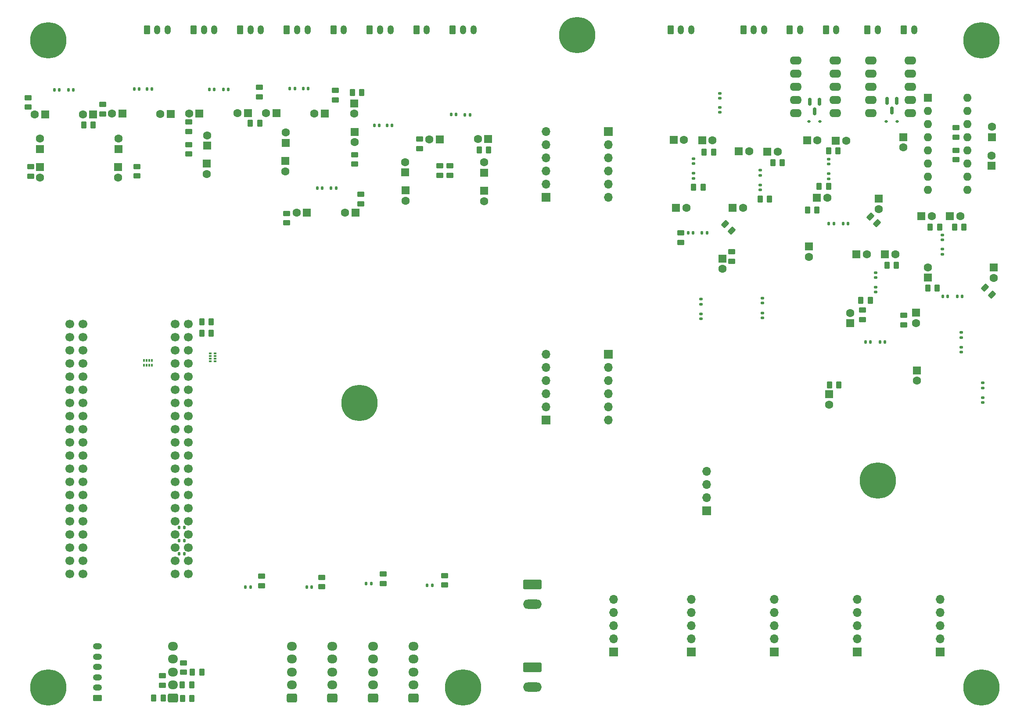
<source format=gbs>
%TF.GenerationSoftware,KiCad,Pcbnew,7.0.1*%
%TF.CreationDate,2023-06-27T00:24:21+02:00*%
%TF.ProjectId,Main board,4d61696e-2062-46f6-9172-642e6b696361,rev?*%
%TF.SameCoordinates,Original*%
%TF.FileFunction,Soldermask,Bot*%
%TF.FilePolarity,Negative*%
%FSLAX46Y46*%
G04 Gerber Fmt 4.6, Leading zero omitted, Abs format (unit mm)*
G04 Created by KiCad (PCBNEW 7.0.1) date 2023-06-27 00:24:21*
%MOMM*%
%LPD*%
G01*
G04 APERTURE LIST*
G04 Aperture macros list*
%AMRoundRect*
0 Rectangle with rounded corners*
0 $1 Rounding radius*
0 $2 $3 $4 $5 $6 $7 $8 $9 X,Y pos of 4 corners*
0 Add a 4 corners polygon primitive as box body*
4,1,4,$2,$3,$4,$5,$6,$7,$8,$9,$2,$3,0*
0 Add four circle primitives for the rounded corners*
1,1,$1+$1,$2,$3*
1,1,$1+$1,$4,$5*
1,1,$1+$1,$6,$7*
1,1,$1+$1,$8,$9*
0 Add four rect primitives between the rounded corners*
20,1,$1+$1,$2,$3,$4,$5,0*
20,1,$1+$1,$4,$5,$6,$7,0*
20,1,$1+$1,$6,$7,$8,$9,0*
20,1,$1+$1,$8,$9,$2,$3,0*%
G04 Aperture macros list end*
%ADD10RoundRect,0.250000X-0.350000X-0.625000X0.350000X-0.625000X0.350000X0.625000X-0.350000X0.625000X0*%
%ADD11O,1.200000X1.750000*%
%ADD12R,1.600000X1.600000*%
%ADD13C,1.600000*%
%ADD14RoundRect,0.250000X0.725000X-0.600000X0.725000X0.600000X-0.725000X0.600000X-0.725000X-0.600000X0*%
%ADD15O,1.950000X1.700000*%
%ADD16C,0.800000*%
%ADD17C,7.000000*%
%ADD18R,1.700000X1.700000*%
%ADD19O,1.700000X1.700000*%
%ADD20RoundRect,0.250000X-1.550000X0.650000X-1.550000X-0.650000X1.550000X-0.650000X1.550000X0.650000X0*%
%ADD21O,3.600000X1.800000*%
%ADD22O,1.600000X1.600000*%
%ADD23RoundRect,0.250000X0.625000X-0.350000X0.625000X0.350000X-0.625000X0.350000X-0.625000X-0.350000X0*%
%ADD24O,1.750000X1.200000*%
%ADD25O,2.300000X1.600000*%
%ADD26C,1.700000*%
%ADD27RoundRect,0.140000X-0.140000X-0.170000X0.140000X-0.170000X0.140000X0.170000X-0.140000X0.170000X0*%
%ADD28RoundRect,0.250000X0.262500X0.450000X-0.262500X0.450000X-0.262500X-0.450000X0.262500X-0.450000X0*%
%ADD29RoundRect,0.250000X0.450000X-0.262500X0.450000X0.262500X-0.450000X0.262500X-0.450000X-0.262500X0*%
%ADD30RoundRect,0.140000X0.170000X-0.140000X0.170000X0.140000X-0.170000X0.140000X-0.170000X-0.140000X0*%
%ADD31RoundRect,0.150000X-0.150000X0.587500X-0.150000X-0.587500X0.150000X-0.587500X0.150000X0.587500X0*%
%ADD32RoundRect,0.250000X-0.503814X-0.132583X-0.132583X-0.503814X0.503814X0.132583X0.132583X0.503814X0*%
%ADD33R,0.400000X0.500000*%
%ADD34R,0.300000X0.500000*%
%ADD35RoundRect,0.140000X0.140000X0.170000X-0.140000X0.170000X-0.140000X-0.170000X0.140000X-0.170000X0*%
%ADD36RoundRect,0.250000X-0.262500X-0.450000X0.262500X-0.450000X0.262500X0.450000X-0.262500X0.450000X0*%
%ADD37RoundRect,0.250000X-0.450000X0.262500X-0.450000X-0.262500X0.450000X-0.262500X0.450000X0.262500X0*%
%ADD38RoundRect,0.140000X-0.170000X0.140000X-0.170000X-0.140000X0.170000X-0.140000X0.170000X0.140000X0*%
%ADD39RoundRect,0.112500X0.187500X0.112500X-0.187500X0.112500X-0.187500X-0.112500X0.187500X-0.112500X0*%
%ADD40R,0.500000X0.400000*%
%ADD41R,0.500000X0.300000*%
G04 APERTURE END LIST*
D10*
X117000000Y-53000000D03*
D11*
X119000000Y-53000000D03*
X121000000Y-53000000D03*
D12*
X114112500Y-72675000D03*
D13*
X114112500Y-74675000D03*
D12*
X139850000Y-74090000D03*
D13*
X137850000Y-74090000D03*
D12*
X176092500Y-87320000D03*
D13*
X178092500Y-87320000D03*
D12*
X68512500Y-75980113D03*
D13*
X68512500Y-73980113D03*
D12*
X114225000Y-88312500D03*
D13*
X112225000Y-88312500D03*
D14*
X109800000Y-182000000D03*
D15*
X109800000Y-179500000D03*
X109800000Y-177000000D03*
X109800000Y-174500000D03*
X109800000Y-172000000D03*
D12*
X185000000Y-97149888D03*
D13*
X185000000Y-99149888D03*
D10*
X175000000Y-52975000D03*
D11*
X177000000Y-52975000D03*
X179000000Y-52975000D03*
D10*
X198000000Y-52975000D03*
D11*
X200000000Y-52975000D03*
D10*
X205000000Y-52975000D03*
D11*
X207000000Y-52975000D03*
D12*
X54350000Y-69287500D03*
D13*
X52350000Y-69287500D03*
D10*
X110000000Y-53000000D03*
D11*
X112000000Y-53000000D03*
D16*
X52375000Y-180000000D03*
X53143845Y-178143845D03*
X53143845Y-181856155D03*
X55000000Y-177375000D03*
D17*
X55000000Y-180000000D03*
D16*
X55000000Y-182625000D03*
X56856155Y-178143845D03*
X56856155Y-181856155D03*
X57625000Y-180000000D03*
D12*
X114037500Y-67150000D03*
D13*
X114037500Y-69150000D03*
D18*
X163000000Y-72650000D03*
D19*
X163000000Y-75190000D03*
X163000000Y-77730000D03*
X163000000Y-80270000D03*
X163000000Y-82810000D03*
X163000000Y-85350000D03*
D10*
X83000000Y-53000000D03*
D11*
X85000000Y-53000000D03*
X87000000Y-53000000D03*
D20*
X148357500Y-176112500D03*
D21*
X148357500Y-179922500D03*
D12*
X215158113Y-85600500D03*
D13*
X215158113Y-87600500D03*
D14*
X117600000Y-182000000D03*
D15*
X117600000Y-179500000D03*
X117600000Y-177000000D03*
X117600000Y-174500000D03*
X117600000Y-172000000D03*
D10*
X101000000Y-53000000D03*
D11*
X103000000Y-53000000D03*
X105000000Y-53000000D03*
D12*
X224675000Y-66050000D03*
D22*
X224675000Y-68590000D03*
X224675000Y-71130000D03*
X224675000Y-73670000D03*
X224675000Y-76210000D03*
X224675000Y-78750000D03*
X224675000Y-81290000D03*
X224675000Y-83830000D03*
X232295000Y-83830000D03*
X232295000Y-81290000D03*
X232295000Y-78750000D03*
X232295000Y-76210000D03*
X232295000Y-73670000D03*
X232295000Y-71130000D03*
X232295000Y-68590000D03*
X232295000Y-66050000D03*
D20*
X148357500Y-160112500D03*
D21*
X148357500Y-163922500D03*
D12*
X205604008Y-123318784D03*
D13*
X205604008Y-125318784D03*
D18*
X227000000Y-173080000D03*
D19*
X227000000Y-170540000D03*
X227000000Y-168000000D03*
X227000000Y-165460000D03*
X227000000Y-162920000D03*
D10*
X220000000Y-52975000D03*
D11*
X222000000Y-52975000D03*
D12*
X222412500Y-107594776D03*
D13*
X222412500Y-109594776D03*
D12*
X193669887Y-76483604D03*
D13*
X195669887Y-76483604D03*
D12*
X223400000Y-88960113D03*
D13*
X225400000Y-88960113D03*
D12*
X201725000Y-94799888D03*
D13*
X201725000Y-96799888D03*
D14*
X125400000Y-182000000D03*
D15*
X125400000Y-179500000D03*
X125400000Y-177000000D03*
X125400000Y-174500000D03*
X125400000Y-172000000D03*
D12*
X100725000Y-78280113D03*
D13*
X100725000Y-80280113D03*
D12*
X206886250Y-74367500D03*
D13*
X208886250Y-74367500D03*
D12*
X85612500Y-75330113D03*
D13*
X85612500Y-73330113D03*
D16*
X112375000Y-125000000D03*
X113143845Y-123143845D03*
X113143845Y-126856155D03*
X115000000Y-122375000D03*
D17*
X115000000Y-125000000D03*
D16*
X115000000Y-127625000D03*
X116856155Y-123143845D03*
X116856155Y-126856155D03*
X117625000Y-125000000D03*
D18*
X182000000Y-145810000D03*
D19*
X182000000Y-143270000D03*
X182000000Y-140730000D03*
X182000000Y-138190000D03*
D12*
X209712500Y-109630000D03*
D13*
X209712500Y-107630000D03*
D16*
X212375000Y-140000000D03*
X213143845Y-138143845D03*
X213143845Y-141856155D03*
X215000000Y-137375000D03*
D17*
X215000000Y-140000000D03*
D16*
X215000000Y-142625000D03*
X216856155Y-138143845D03*
X216856155Y-141856155D03*
X217625000Y-140000000D03*
D18*
X151000000Y-85350000D03*
D19*
X151000000Y-82810000D03*
X151000000Y-80270000D03*
X151000000Y-77730000D03*
X151000000Y-75190000D03*
X151000000Y-72650000D03*
D12*
X203258113Y-85425500D03*
D13*
X205258113Y-85425500D03*
D12*
X108325000Y-69100000D03*
D13*
X106325000Y-69100000D03*
D12*
X68412500Y-79500000D03*
D13*
X68412500Y-81500000D03*
D12*
X237350000Y-98860001D03*
D13*
X237350000Y-100860001D03*
D12*
X53412500Y-79500000D03*
D13*
X53412500Y-81500000D03*
D18*
X179000000Y-173080000D03*
D19*
X179000000Y-170540000D03*
X179000000Y-168000000D03*
X179000000Y-165460000D03*
X179000000Y-162920000D03*
D16*
X154375000Y-54000000D03*
X155143845Y-52143845D03*
X155143845Y-55856155D03*
X157000000Y-51375000D03*
D17*
X157000000Y-54000000D03*
D16*
X157000000Y-56625000D03*
X158856155Y-52143845D03*
X158856155Y-55856155D03*
X159625000Y-54000000D03*
D12*
X181100000Y-74269888D03*
D13*
X183100000Y-74269888D03*
D12*
X201352612Y-74345000D03*
D13*
X203352612Y-74345000D03*
D16*
X232375000Y-180000000D03*
X233143845Y-178143845D03*
X233143845Y-181856155D03*
X235000000Y-177375000D03*
D17*
X235000000Y-180000000D03*
D16*
X235000000Y-182625000D03*
X236856155Y-178143845D03*
X236856155Y-181856155D03*
X237625000Y-180000000D03*
X132375000Y-180000000D03*
X133143845Y-178143845D03*
X133143845Y-181856155D03*
X135000000Y-177375000D03*
D17*
X135000000Y-180000000D03*
D16*
X135000000Y-182625000D03*
X136856155Y-178143845D03*
X136856155Y-181856155D03*
X137625000Y-180000000D03*
D12*
X123875000Y-83969888D03*
D13*
X123875000Y-85969888D03*
D12*
X104880112Y-88312500D03*
D13*
X102880112Y-88312500D03*
D12*
X85587500Y-78805113D03*
D13*
X85587500Y-80805113D03*
D12*
X98990000Y-69077500D03*
D13*
X96990000Y-69077500D03*
D12*
X186992500Y-87345000D03*
D13*
X188992500Y-87345000D03*
D12*
X130500000Y-74100000D03*
D13*
X128500000Y-74100000D03*
D23*
X64450000Y-182000000D03*
D24*
X64450000Y-180000000D03*
X64450000Y-178000000D03*
X64450000Y-176000000D03*
X64450000Y-174000000D03*
X64450000Y-172000000D03*
D12*
X93480112Y-69037500D03*
D13*
X91480112Y-69037500D03*
D25*
X206810000Y-69055000D03*
X206810000Y-66515000D03*
X206810000Y-63975000D03*
X206810000Y-61435000D03*
X206810000Y-58895000D03*
X199190000Y-58895000D03*
X199190000Y-61435000D03*
X199190000Y-63975000D03*
X199190000Y-66515000D03*
X199190000Y-69055000D03*
D10*
X74000000Y-53000000D03*
D11*
X76000000Y-53000000D03*
X78000000Y-53000000D03*
D12*
X123850000Y-80500000D03*
D13*
X123850000Y-78500000D03*
D12*
X222554008Y-118718896D03*
D13*
X222554008Y-120718896D03*
D10*
X189075000Y-52975000D03*
D11*
X191075000Y-52975000D03*
X193075000Y-52975000D03*
D10*
X92000000Y-53000000D03*
D11*
X94000000Y-53000000D03*
X96000000Y-53000000D03*
D12*
X236899888Y-79240112D03*
D13*
X236899888Y-77240112D03*
D10*
X133000000Y-53000000D03*
D11*
X135000000Y-53000000D03*
X137000000Y-53000000D03*
D12*
X69300000Y-69137500D03*
D13*
X67300000Y-69137500D03*
D25*
X221310000Y-69055000D03*
X221310000Y-66515000D03*
X221310000Y-63975000D03*
X221310000Y-61435000D03*
X221310000Y-58895000D03*
X213690000Y-58895000D03*
X213690000Y-61435000D03*
X213690000Y-63975000D03*
X213690000Y-66515000D03*
X213690000Y-69055000D03*
D12*
X100825000Y-74805113D03*
D13*
X100825000Y-72805113D03*
D12*
X78600000Y-69212500D03*
D13*
X76600000Y-69212500D03*
D12*
X84130112Y-69137500D03*
D13*
X82130112Y-69137500D03*
D12*
X188169887Y-76458604D03*
D13*
X190169887Y-76458604D03*
D12*
X224625000Y-100835113D03*
D13*
X224625000Y-98835113D03*
D10*
X213000000Y-52975000D03*
D11*
X215000000Y-52975000D03*
D12*
X139025000Y-80575000D03*
D13*
X139025000Y-78575000D03*
D18*
X211000000Y-173080000D03*
D19*
X211000000Y-170540000D03*
X211000000Y-168000000D03*
X211000000Y-165460000D03*
X211000000Y-162920000D03*
D18*
X164000000Y-173080000D03*
D19*
X164000000Y-170540000D03*
X164000000Y-168000000D03*
X164000000Y-165460000D03*
X164000000Y-162920000D03*
D12*
X63650000Y-69337500D03*
D13*
X61650000Y-69337500D03*
D12*
X175594887Y-74244888D03*
D13*
X177594887Y-74244888D03*
D12*
X228900000Y-88960113D03*
D13*
X230900000Y-88960113D03*
D12*
X219875000Y-73669888D03*
D13*
X219875000Y-75669888D03*
D18*
X195000000Y-173080000D03*
D19*
X195000000Y-170540000D03*
X195000000Y-168000000D03*
X195000000Y-165460000D03*
X195000000Y-162920000D03*
D12*
X210862501Y-96325112D03*
D13*
X212862501Y-96325112D03*
D18*
X151000000Y-128350000D03*
D19*
X151000000Y-125810000D03*
X151000000Y-123270000D03*
X151000000Y-120730000D03*
X151000000Y-118190000D03*
X151000000Y-115650000D03*
D14*
X102000000Y-182000000D03*
D15*
X102000000Y-179500000D03*
X102000000Y-177000000D03*
X102000000Y-174500000D03*
X102000000Y-172000000D03*
D18*
X163000000Y-115650000D03*
D19*
X163000000Y-118190000D03*
X163000000Y-120730000D03*
X163000000Y-123270000D03*
X163000000Y-125810000D03*
X163000000Y-128350000D03*
D14*
X79000000Y-182000000D03*
D15*
X79000000Y-179500000D03*
X79000000Y-177000000D03*
X79000000Y-174500000D03*
X79000000Y-172000000D03*
D12*
X237049888Y-73705112D03*
D13*
X237049888Y-71705112D03*
D12*
X139075000Y-84044888D03*
D13*
X139075000Y-86044888D03*
D26*
X79460000Y-109740000D03*
X59140000Y-109740000D03*
X82000000Y-109740000D03*
X61680000Y-109740000D03*
X79460000Y-112280000D03*
X59140000Y-112280000D03*
X82000000Y-112280000D03*
X61680000Y-112280000D03*
X79460000Y-114820000D03*
X59140000Y-114820000D03*
X82000000Y-114820000D03*
X61680000Y-114820000D03*
X79460000Y-117360000D03*
X59140000Y-117360000D03*
X82000000Y-117360000D03*
X61680000Y-117360000D03*
X79460000Y-119900000D03*
X59140000Y-119900000D03*
X82000000Y-119900000D03*
X61680000Y-119900000D03*
X79460000Y-122440000D03*
X59140000Y-122440000D03*
X82000000Y-122440000D03*
X61680000Y-122440000D03*
X79460000Y-124980000D03*
X59140000Y-124980000D03*
X82000000Y-124980000D03*
X61680000Y-124980000D03*
X79460000Y-127520000D03*
X59140000Y-127520000D03*
X82000000Y-127520000D03*
X61680000Y-127520000D03*
X79460000Y-130060000D03*
X59140000Y-130060000D03*
X82000000Y-130060000D03*
X61680000Y-130060000D03*
X79460000Y-132600000D03*
X59140000Y-132600000D03*
X82000000Y-132600000D03*
X61680000Y-132600000D03*
X79460000Y-135140000D03*
X59140000Y-135140000D03*
X82000000Y-135140000D03*
X61680000Y-135140000D03*
X79460000Y-137680000D03*
X59140000Y-137680000D03*
X82000000Y-137680000D03*
X61680000Y-137680000D03*
X79460000Y-140220000D03*
X59140000Y-140220000D03*
X82000000Y-140220000D03*
X61680000Y-140220000D03*
X79460000Y-142760000D03*
X59140000Y-142760000D03*
X82000000Y-142760000D03*
X61680000Y-142760000D03*
X79460000Y-145300000D03*
X59140000Y-145300000D03*
X82000000Y-145300000D03*
X61680000Y-145300000D03*
X79460000Y-147840000D03*
X59140000Y-147840000D03*
X82000000Y-147840000D03*
X61680000Y-147840000D03*
X79460000Y-150380000D03*
X59140000Y-150380000D03*
X82000000Y-150380000D03*
X61680000Y-150380000D03*
X79460000Y-152920000D03*
X59140000Y-152920000D03*
X82000000Y-152920000D03*
X61680000Y-152920000D03*
X79460000Y-155460000D03*
X59140000Y-155460000D03*
X82000000Y-155460000D03*
X61680000Y-155460000D03*
X79460000Y-158000000D03*
X59140000Y-158000000D03*
X82000000Y-158000000D03*
X61680000Y-158000000D03*
D16*
X232375000Y-55000000D03*
X233143845Y-53143845D03*
X233143845Y-56856155D03*
X235000000Y-52375000D03*
D17*
X235000000Y-55000000D03*
D16*
X235000000Y-57625000D03*
X236856155Y-53143845D03*
X236856155Y-56856155D03*
X237625000Y-55000000D03*
D12*
X53412500Y-75980113D03*
D13*
X53412500Y-73980113D03*
D16*
X52375000Y-55000000D03*
X53143845Y-53143845D03*
X53143845Y-56856155D03*
X55000000Y-52375000D03*
D17*
X55000000Y-55000000D03*
D16*
X55000000Y-57625000D03*
X56856155Y-53143845D03*
X56856155Y-56856155D03*
X57625000Y-55000000D03*
D10*
X126000000Y-53000000D03*
D11*
X128000000Y-53000000D03*
D12*
X216367613Y-96325112D03*
D13*
X218367613Y-96325112D03*
D27*
X80245000Y-149075000D03*
X81205000Y-149075000D03*
D28*
X82712500Y-182075000D03*
X80887500Y-182075000D03*
D27*
X215407500Y-113224888D03*
X216367500Y-113224888D03*
D28*
X226937500Y-91100000D03*
X225112500Y-91100000D03*
D27*
X227512500Y-104477501D03*
X228472500Y-104477501D03*
D29*
X72125000Y-81187500D03*
X72125000Y-79362500D03*
D30*
X179472500Y-78779888D03*
X179472500Y-77819888D03*
D31*
X201875000Y-66837500D03*
X203775000Y-66837500D03*
X202825000Y-68712500D03*
D32*
X185529765Y-90454765D03*
X186820235Y-91745235D03*
D33*
X74950000Y-117775000D03*
D34*
X74450000Y-117775000D03*
X73950000Y-117775000D03*
D33*
X73450000Y-117775000D03*
X73450000Y-116775000D03*
D34*
X73950000Y-116775000D03*
X74450000Y-116775000D03*
D33*
X74950000Y-116775000D03*
D27*
X208295000Y-90355000D03*
X209255000Y-90355000D03*
D35*
X136330000Y-69365000D03*
X135370000Y-69365000D03*
D36*
X113650000Y-65050000D03*
X115475000Y-65050000D03*
D29*
X220000000Y-109912500D03*
X220000000Y-108087500D03*
D35*
X89730000Y-64487500D03*
X88770000Y-64487500D03*
X105135000Y-64325000D03*
X104175000Y-64325000D03*
D37*
X119586250Y-158062500D03*
X119586250Y-159887500D03*
D35*
X133630000Y-69340000D03*
X132670000Y-69340000D03*
D37*
X81050000Y-175212500D03*
X81050000Y-177037500D03*
D38*
X192725000Y-107620000D03*
X192725000Y-108580000D03*
D36*
X75325000Y-182025000D03*
X77150000Y-182025000D03*
D30*
X205500000Y-78870000D03*
X205500000Y-77910000D03*
D37*
X126625000Y-74087500D03*
X126625000Y-75912500D03*
D28*
X194112500Y-85625000D03*
X192287500Y-85625000D03*
D36*
X211712500Y-105225000D03*
X213537500Y-105225000D03*
X61812500Y-71325000D03*
X63637500Y-71325000D03*
D28*
X226462500Y-102825000D03*
X224637500Y-102825000D03*
D37*
X51075000Y-66062500D03*
X51075000Y-67887500D03*
D29*
X130525000Y-81050000D03*
X130525000Y-79225000D03*
X132450000Y-81050000D03*
X132450000Y-79225000D03*
D27*
X178415000Y-92155000D03*
X179375000Y-92155000D03*
D37*
X115300000Y-84725000D03*
X115300000Y-86550000D03*
D35*
X105775685Y-160600112D03*
X104815685Y-160600112D03*
D28*
X207475000Y-121525000D03*
X205650000Y-121525000D03*
D29*
X95700000Y-65912500D03*
X95700000Y-64087500D03*
D36*
X194762500Y-78650000D03*
X196587500Y-78650000D03*
D35*
X118817500Y-71400000D03*
X117857500Y-71400000D03*
X72505000Y-64412500D03*
X71545000Y-64412500D03*
D36*
X216775000Y-98425000D03*
X218600000Y-98425000D03*
X201450000Y-87750000D03*
X203275000Y-87750000D03*
D29*
X230100000Y-78037500D03*
X230100000Y-76212500D03*
D30*
X184500000Y-68875000D03*
X184500000Y-67915000D03*
D37*
X82075000Y-70762500D03*
X82075000Y-72587500D03*
D30*
X205500000Y-81720000D03*
X205500000Y-80760000D03*
D35*
X59850000Y-64587500D03*
X58890000Y-64587500D03*
D38*
X192725000Y-104765000D03*
X192725000Y-105725000D03*
D32*
X235704765Y-102779765D03*
X236995235Y-104070235D03*
D36*
X205512500Y-76325000D03*
X207337500Y-76325000D03*
D39*
X218750000Y-70650000D03*
X216650000Y-70650000D03*
D37*
X107762500Y-158700000D03*
X107762500Y-160525000D03*
D29*
X65475000Y-69200000D03*
X65475000Y-67375000D03*
D35*
X102530000Y-64325000D03*
X101570000Y-64325000D03*
D27*
X80250000Y-154150000D03*
X81210000Y-154150000D03*
X212607500Y-113224888D03*
X213567500Y-113224888D03*
D40*
X87200000Y-115450000D03*
D41*
X87200000Y-115950000D03*
X87200000Y-116450000D03*
D40*
X87200000Y-116950000D03*
X86200000Y-116950000D03*
D41*
X86200000Y-116450000D03*
X86200000Y-115950000D03*
D40*
X86200000Y-115450000D03*
D30*
X192294887Y-81038604D03*
X192294887Y-80078604D03*
D28*
X86412500Y-109325000D03*
X84587500Y-109325000D03*
D35*
X75000000Y-64412500D03*
X74040000Y-64412500D03*
X87005000Y-64487500D03*
X86045000Y-64487500D03*
D29*
X51575000Y-81237500D03*
X51575000Y-79412500D03*
D35*
X93997500Y-160575112D03*
X93037500Y-160575112D03*
X57125000Y-64587500D03*
X56165000Y-64587500D03*
D38*
X180875000Y-107845000D03*
X180875000Y-108805000D03*
D37*
X101000000Y-88437500D03*
X101000000Y-90262500D03*
D36*
X229800000Y-91100000D03*
X231625000Y-91100000D03*
D27*
X205545000Y-90350000D03*
X206505000Y-90350000D03*
D38*
X235200000Y-123965000D03*
X235200000Y-124925000D03*
D29*
X110325000Y-66487500D03*
X110325000Y-64662500D03*
D35*
X121302500Y-71400000D03*
X120342500Y-71400000D03*
D31*
X216750000Y-66712500D03*
X218650000Y-66712500D03*
X217700000Y-68587500D03*
D35*
X129045000Y-160225000D03*
X128085000Y-160225000D03*
D28*
X181287500Y-83375000D03*
X179462500Y-83375000D03*
D32*
X213584530Y-89009530D03*
X214875000Y-90300000D03*
D30*
X184500000Y-66180000D03*
X184500000Y-65220000D03*
D38*
X180900000Y-104995000D03*
X180900000Y-105955000D03*
D30*
X214542613Y-103630112D03*
X214542613Y-102670112D03*
D29*
X177000000Y-94012500D03*
X177000000Y-92187500D03*
D37*
X76975000Y-177687500D03*
X76975000Y-179512500D03*
X212000000Y-107087500D03*
X212000000Y-108912500D03*
D39*
X203850000Y-70650000D03*
X201750000Y-70650000D03*
D36*
X203687500Y-83225000D03*
X205512500Y-83225000D03*
D28*
X183300000Y-76625000D03*
X181475000Y-76625000D03*
D27*
X230287500Y-104477501D03*
X231247500Y-104477501D03*
D35*
X107825000Y-83512500D03*
X106865000Y-83512500D03*
D30*
X192294887Y-83888604D03*
X192294887Y-82928604D03*
D38*
X231125000Y-111425000D03*
X231125000Y-112385000D03*
D29*
X186850000Y-97675000D03*
X186850000Y-95850000D03*
D30*
X214542613Y-100805112D03*
X214542613Y-99845112D03*
D29*
X82100000Y-76962500D03*
X82100000Y-75137500D03*
D28*
X86437500Y-111525000D03*
X84612500Y-111525000D03*
D36*
X138112500Y-76200000D03*
X139937500Y-76200000D03*
D35*
X110500000Y-83512500D03*
X109540000Y-83512500D03*
D28*
X95775000Y-70975000D03*
X93950000Y-70975000D03*
D30*
X227469887Y-93510113D03*
X227469887Y-92550113D03*
D37*
X114075000Y-77087500D03*
X114075000Y-78912500D03*
X96137500Y-158475000D03*
X96137500Y-160300000D03*
D27*
X181085000Y-92155000D03*
X182045000Y-92155000D03*
D28*
X84612500Y-177000000D03*
X82787500Y-177000000D03*
D35*
X117271250Y-159925000D03*
X116311250Y-159925000D03*
D37*
X230100000Y-71862500D03*
X230100000Y-73687500D03*
X131465000Y-158337500D03*
X131465000Y-160162500D03*
D30*
X179472500Y-81629888D03*
X179472500Y-80669888D03*
D38*
X235200000Y-121140000D03*
X235200000Y-122100000D03*
X231125000Y-114275000D03*
X231125000Y-115235000D03*
D28*
X82637500Y-179475000D03*
X80812500Y-179475000D03*
D27*
X80250000Y-151575000D03*
X81210000Y-151575000D03*
D30*
X227444887Y-96285113D03*
X227444887Y-95325113D03*
M02*

</source>
